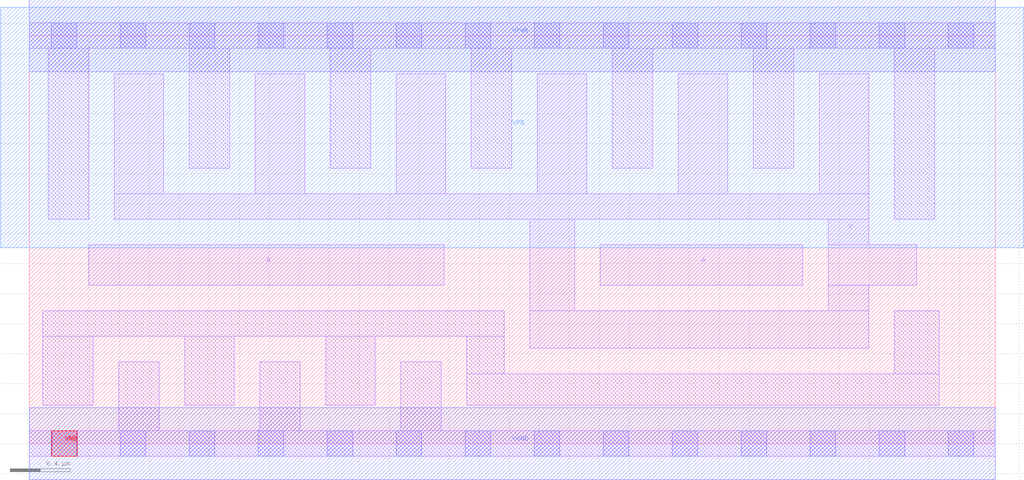
<source format=lef>
# Copyright 2020 The SkyWater PDK Authors
#
# Licensed under the Apache License, Version 2.0 (the "License");
# you may not use this file except in compliance with the License.
# You may obtain a copy of the License at
#
#     https://www.apache.org/licenses/LICENSE-2.0
#
# Unless required by applicable law or agreed to in writing, software
# distributed under the License is distributed on an "AS IS" BASIS,
# WITHOUT WARRANTIES OR CONDITIONS OF ANY KIND, either express or implied.
# See the License for the specific language governing permissions and
# limitations under the License.
#
# SPDX-License-Identifier: Apache-2.0

VERSION 5.7 ;
  NOWIREEXTENSIONATPIN ON ;
  DIVIDERCHAR "/" ;
  BUSBITCHARS "[]" ;
PROPERTYDEFINITIONS
  MACRO maskLayoutSubType STRING ;
  MACRO prCellType STRING ;
  MACRO originalViewName STRING ;
END PROPERTYDEFINITIONS
MACRO sky130_fd_sc_hdll__nand2_6
  CLASS CORE ;
  FOREIGN sky130_fd_sc_hdll__nand2_6 ;
  ORIGIN  0.000000  0.000000 ;
  SIZE  6.440000 BY  2.720000 ;
  SYMMETRY X Y R90 ;
  SITE unithd ;
  PIN A
    ANTENNAGATEAREA  1.665000 ;
    DIRECTION INPUT ;
    USE SIGNAL ;
    PORT
      LAYER li1 ;
        RECT 3.805000 1.055000 5.155000 1.325000 ;
    END
  END A
  PIN B
    ANTENNAGATEAREA  1.665000 ;
    DIRECTION INPUT ;
    USE SIGNAL ;
    PORT
      LAYER li1 ;
        RECT 0.395000 1.055000 2.765000 1.325000 ;
    END
  END B
  PIN Y
    ANTENNADIFFAREA  2.429000 ;
    DIRECTION OUTPUT ;
    USE SIGNAL ;
    PORT
      LAYER li1 ;
        RECT 0.565000 1.495000 5.595000 1.665000 ;
        RECT 0.565000 1.665000 0.895000 2.465000 ;
        RECT 1.505000 1.665000 1.835000 2.465000 ;
        RECT 2.445000 1.665000 2.775000 2.465000 ;
        RECT 3.335000 0.635000 5.595000 0.885000 ;
        RECT 3.335000 0.885000 3.635000 1.495000 ;
        RECT 3.385000 1.665000 3.715000 2.465000 ;
        RECT 4.325000 1.665000 4.655000 2.465000 ;
        RECT 5.265000 1.665000 5.595000 2.465000 ;
        RECT 5.325000 0.885000 5.595000 1.055000 ;
        RECT 5.325000 1.055000 5.915000 1.325000 ;
        RECT 5.325000 1.325000 5.595000 1.495000 ;
    END
  END Y
  PIN VGND
    DIRECTION INOUT ;
    USE GROUND ;
    PORT
      LAYER met1 ;
        RECT 0.000000 -0.240000 6.440000 0.240000 ;
    END
  END VGND
  PIN VNB
    DIRECTION INOUT ;
    USE GROUND ;
    PORT
      LAYER pwell ;
        RECT 0.150000 -0.085000 0.320000 0.085000 ;
    END
  END VNB
  PIN VPB
    DIRECTION INOUT ;
    USE POWER ;
    PORT
      LAYER nwell ;
        RECT -0.190000 1.305000 6.630000 2.910000 ;
    END
  END VPB
  PIN VPWR
    DIRECTION INOUT ;
    USE POWER ;
    PORT
      LAYER met1 ;
        RECT 0.000000 2.480000 6.440000 2.960000 ;
    END
  END VPWR
  OBS
    LAYER li1 ;
      RECT 0.000000 -0.085000 6.440000 0.085000 ;
      RECT 0.000000  2.635000 6.440000 2.805000 ;
      RECT 0.090000  0.255000 0.425000 0.715000 ;
      RECT 0.090000  0.715000 3.165000 0.885000 ;
      RECT 0.125000  1.495000 0.395000 2.635000 ;
      RECT 0.595000  0.085000 0.865000 0.545000 ;
      RECT 1.035000  0.255000 1.365000 0.715000 ;
      RECT 1.065000  1.835000 1.335000 2.635000 ;
      RECT 1.535000  0.085000 1.805000 0.545000 ;
      RECT 1.975000  0.255000 2.305000 0.715000 ;
      RECT 2.005000  1.835000 2.275000 2.635000 ;
      RECT 2.475000  0.085000 2.745000 0.545000 ;
      RECT 2.915000  0.255000 6.065000 0.465000 ;
      RECT 2.915000  0.465000 3.165000 0.715000 ;
      RECT 2.945000  1.835000 3.215000 2.635000 ;
      RECT 3.885000  1.835000 4.155000 2.635000 ;
      RECT 4.825000  1.835000 5.095000 2.635000 ;
      RECT 5.765000  0.465000 6.065000 0.885000 ;
      RECT 5.765000  1.495000 6.035000 2.635000 ;
    LAYER mcon ;
      RECT 0.145000 -0.085000 0.315000 0.085000 ;
      RECT 0.145000  2.635000 0.315000 2.805000 ;
      RECT 0.605000 -0.085000 0.775000 0.085000 ;
      RECT 0.605000  2.635000 0.775000 2.805000 ;
      RECT 1.065000 -0.085000 1.235000 0.085000 ;
      RECT 1.065000  2.635000 1.235000 2.805000 ;
      RECT 1.525000 -0.085000 1.695000 0.085000 ;
      RECT 1.525000  2.635000 1.695000 2.805000 ;
      RECT 1.985000 -0.085000 2.155000 0.085000 ;
      RECT 1.985000  2.635000 2.155000 2.805000 ;
      RECT 2.445000 -0.085000 2.615000 0.085000 ;
      RECT 2.445000  2.635000 2.615000 2.805000 ;
      RECT 2.905000 -0.085000 3.075000 0.085000 ;
      RECT 2.905000  2.635000 3.075000 2.805000 ;
      RECT 3.365000 -0.085000 3.535000 0.085000 ;
      RECT 3.365000  2.635000 3.535000 2.805000 ;
      RECT 3.825000 -0.085000 3.995000 0.085000 ;
      RECT 3.825000  2.635000 3.995000 2.805000 ;
      RECT 4.285000 -0.085000 4.455000 0.085000 ;
      RECT 4.285000  2.635000 4.455000 2.805000 ;
      RECT 4.745000 -0.085000 4.915000 0.085000 ;
      RECT 4.745000  2.635000 4.915000 2.805000 ;
      RECT 5.205000 -0.085000 5.375000 0.085000 ;
      RECT 5.205000  2.635000 5.375000 2.805000 ;
      RECT 5.665000 -0.085000 5.835000 0.085000 ;
      RECT 5.665000  2.635000 5.835000 2.805000 ;
      RECT 6.125000 -0.085000 6.295000 0.085000 ;
      RECT 6.125000  2.635000 6.295000 2.805000 ;
  END
  PROPERTY maskLayoutSubType "abstract" ;
  PROPERTY prCellType "standard" ;
  PROPERTY originalViewName "layout" ;
END sky130_fd_sc_hdll__nand2_6
END LIBRARY

</source>
